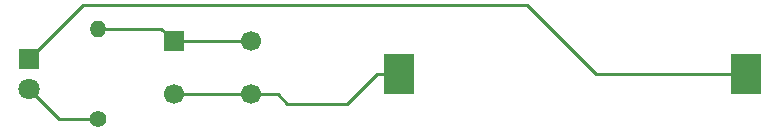
<source format=gtl>
%TF.GenerationSoftware,KiCad,Pcbnew,7.0.10*%
%TF.CreationDate,2024-05-07T16:57:11-04:00*%
%TF.ProjectId,Proj 1 - LED torch,50726f6a-2031-4202-9d20-4c454420746f,0.1*%
%TF.SameCoordinates,Original*%
%TF.FileFunction,Copper,L1,Top*%
%TF.FilePolarity,Positive*%
%FSLAX46Y46*%
G04 Gerber Fmt 4.6, Leading zero omitted, Abs format (unit mm)*
G04 Created by KiCad (PCBNEW 7.0.10) date 2024-05-07 16:57:11*
%MOMM*%
%LPD*%
G01*
G04 APERTURE LIST*
%TA.AperFunction,SMDPad,CuDef*%
%ADD10R,2.540000X3.510000*%
%TD*%
%TA.AperFunction,ComponentPad*%
%ADD11C,1.400000*%
%TD*%
%TA.AperFunction,ComponentPad*%
%ADD12O,1.400000X1.400000*%
%TD*%
%TA.AperFunction,ComponentPad*%
%ADD13R,1.800000X1.800000*%
%TD*%
%TA.AperFunction,ComponentPad*%
%ADD14C,1.800000*%
%TD*%
%TA.AperFunction,ComponentPad*%
%ADD15R,1.700000X1.700000*%
%TD*%
%TA.AperFunction,ComponentPad*%
%ADD16C,1.700000*%
%TD*%
%TA.AperFunction,Conductor*%
%ADD17C,0.250000*%
%TD*%
G04 APERTURE END LIST*
D10*
%TO.P,BT1,1,+*%
%TO.N,/bat_pos*%
X149150000Y-114300000D03*
%TO.P,BT1,2,-*%
%TO.N,/LED_cathode*%
X178510000Y-114300000D03*
%TD*%
D11*
%TO.P,R1,1*%
%TO.N,/LED_anode*%
X123698000Y-118110000D03*
D12*
%TO.P,R1,2*%
%TO.N,Net-(SW1A-A)*%
X123698000Y-110490000D03*
%TD*%
D13*
%TO.P,D1,1,K*%
%TO.N,/LED_cathode*%
X117856000Y-113030000D03*
D14*
%TO.P,D1,2,A*%
%TO.N,/LED_anode*%
X117856000Y-115570000D03*
%TD*%
D15*
%TO.P,SW1,1,A*%
%TO.N,Net-(SW1A-A)*%
X130100000Y-111542000D03*
D16*
X136600000Y-111542000D03*
%TO.P,SW1,2,B*%
%TO.N,/bat_pos*%
X130100000Y-116042000D03*
X136600000Y-116042000D03*
%TD*%
D17*
%TO.N,/LED_cathode*%
X117856000Y-113030000D02*
X122428000Y-108458000D01*
X160020000Y-108458000D02*
X165862000Y-114300000D01*
X122428000Y-108458000D02*
X160020000Y-108458000D01*
X165862000Y-114300000D02*
X178510000Y-114300000D01*
%TO.N,Net-(SW1A-A)*%
X130100000Y-111542000D02*
X136600000Y-111542000D01*
%TO.N,/bat_pos*%
X130100000Y-116042000D02*
X136600000Y-116042000D01*
X139700000Y-116840000D02*
X144780000Y-116840000D01*
X136600000Y-116042000D02*
X138902000Y-116042000D01*
X138902000Y-116042000D02*
X139700000Y-116840000D01*
X144780000Y-116840000D02*
X147320000Y-114300000D01*
X147320000Y-114300000D02*
X149150000Y-114300000D01*
%TO.N,/LED_anode*%
X117856000Y-115570000D02*
X120396000Y-118110000D01*
X120396000Y-118110000D02*
X123698000Y-118110000D01*
%TO.N,Net-(SW1A-A)*%
X123698000Y-110490000D02*
X129048000Y-110490000D01*
X129048000Y-110490000D02*
X130100000Y-111542000D01*
%TD*%
M02*

</source>
